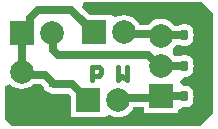
<source format=gtl>
G04*
G04 #@! TF.GenerationSoftware,Altium Limited,Altium Designer,20.2.8 (258)*
G04*
G04 Layer_Physical_Order=1*
G04 Layer_Color=255*
%FSLAX25Y25*%
%MOIN*%
G70*
G04*
G04 #@! TF.SameCoordinates,A58E8F4F-3466-47BA-BA0B-9B8C8ED51F79*
G04*
G04*
G04 #@! TF.FilePolarity,Positive*
G04*
G01*
G75*
G04:AMPARAMS|DCode=10|XSize=23.62mil|YSize=35.43mil|CornerRadius=5.91mil|HoleSize=0mil|Usage=FLASHONLY|Rotation=180.000|XOffset=0mil|YOffset=0mil|HoleType=Round|Shape=RoundedRectangle|*
%AMROUNDEDRECTD10*
21,1,0.02362,0.02362,0,0,180.0*
21,1,0.01181,0.03543,0,0,180.0*
1,1,0.01181,-0.00591,0.01181*
1,1,0.01181,0.00591,0.01181*
1,1,0.01181,0.00591,-0.01181*
1,1,0.01181,-0.00591,-0.01181*
%
%ADD10ROUNDEDRECTD10*%
G04:AMPARAMS|DCode=11|XSize=19.68mil|YSize=34mil|CornerRadius=2.95mil|HoleSize=0mil|Usage=FLASHONLY|Rotation=270.000|XOffset=0mil|YOffset=0mil|HoleType=Round|Shape=RoundedRectangle|*
%AMROUNDEDRECTD11*
21,1,0.01968,0.02809,0,0,270.0*
21,1,0.01378,0.03400,0,0,270.0*
1,1,0.00591,-0.01405,-0.00689*
1,1,0.00591,-0.01405,0.00689*
1,1,0.00591,0.01405,0.00689*
1,1,0.00591,0.01405,-0.00689*
%
%ADD11ROUNDEDRECTD11*%
%ADD12C,0.02756*%
%ADD13C,0.01575*%
%ADD14R,0.07874X0.07874*%
%ADD15C,0.07874*%
%ADD16R,0.07874X0.07874*%
G36*
X420276Y250787D02*
Y217618D01*
X415945Y213287D01*
X415256D01*
X356693Y213287D01*
X353248D01*
X350984Y215551D01*
Y218996D01*
Y226597D01*
X351984Y227089D01*
X352559Y227203D01*
X353617Y226391D01*
X355006Y225816D01*
X356496Y225620D01*
X357986Y225816D01*
X359375Y226391D01*
X360457Y227222D01*
X362894D01*
X363938Y226178D01*
X364044Y225646D01*
X364500Y224962D01*
X365184Y224506D01*
X365847Y224374D01*
X366573Y224073D01*
X367395Y223965D01*
X372074D01*
X372874Y223165D01*
Y216240D01*
X384291D01*
Y216240D01*
X385631Y216809D01*
X385866Y216895D01*
X387092Y216387D01*
X388583Y216191D01*
X390073Y216387D01*
X391462Y216962D01*
X392654Y217877D01*
X393569Y219070D01*
X393719Y219431D01*
X397146D01*
Y217559D01*
X408563D01*
Y218371D01*
X408593Y218433D01*
X410138Y219541D01*
X410139Y219540D01*
X411320D01*
X412242Y219724D01*
X413024Y220246D01*
X413546Y221027D01*
X413729Y221949D01*
Y222539D01*
X413807Y223130D01*
X413729Y223721D01*
Y224311D01*
X413546Y225233D01*
X413024Y226014D01*
X412242Y226536D01*
X411320Y226719D01*
X410139D01*
X409291Y227903D01*
X409266Y228362D01*
X409450Y228640D01*
X410594Y229678D01*
X411320D01*
X412242Y229861D01*
X413024Y230384D01*
X413546Y231165D01*
X413729Y232087D01*
Y232677D01*
X413807Y233268D01*
X413729Y233858D01*
Y234449D01*
X413546Y235370D01*
X413024Y236152D01*
X412242Y236674D01*
X411320Y236857D01*
X410139D01*
X409218Y236674D01*
X408874Y236444D01*
X407612D01*
X406988Y237259D01*
X406926Y237372D01*
Y239021D01*
X408061Y240258D01*
X409125D01*
X409218Y240196D01*
X410139Y240013D01*
X411320D01*
X412242Y240196D01*
X413024Y240718D01*
X413546Y241500D01*
X413729Y242421D01*
Y243012D01*
X413807Y243602D01*
X413729Y244193D01*
Y244783D01*
X413546Y245705D01*
X413024Y246486D01*
X412242Y247009D01*
X411320Y247192D01*
X410139D01*
X409218Y247009D01*
X408624Y246612D01*
X407484D01*
X406926Y247339D01*
X405733Y248254D01*
X404345Y248830D01*
X402854Y249026D01*
X401364Y248830D01*
X399975Y248254D01*
X398783Y247339D01*
X398565Y247055D01*
X395549D01*
X395420Y247367D01*
X394504Y248560D01*
X393312Y249475D01*
X391923Y250050D01*
X390433Y250246D01*
X388943Y250050D01*
X387717Y249542D01*
X387495Y249623D01*
X386142Y250197D01*
X386142Y250197D01*
X386142Y250197D01*
X379217D01*
X376560Y252854D01*
X377212Y254429D01*
X416634D01*
X420276Y250787D01*
D02*
G37*
D10*
X410730Y223130D02*
D03*
X416435D02*
D03*
X410730Y233268D02*
D03*
X416435D02*
D03*
X410730Y243602D02*
D03*
X416435D02*
D03*
D11*
X367395Y221436D02*
D03*
X367395Y227142D02*
D03*
D12*
X366831Y238524D02*
Y244272D01*
Y238524D02*
X368445Y236910D01*
X402323Y233268D02*
X410630D01*
X368445Y236910D02*
X398681D01*
X402323Y233268D01*
X366713Y244390D02*
X366831Y244272D01*
X357475Y230399D02*
X364210D01*
X367395Y227213D01*
Y227142D02*
X373390D01*
X378583Y221949D01*
X356496Y231378D02*
X357475Y230399D01*
X367395Y227142D02*
Y227213D01*
X356604Y244282D02*
X356713Y244390D01*
X356604Y231486D02*
Y244282D01*
X356496Y231378D02*
X356604Y231486D01*
X362008Y251969D02*
X372953D01*
X356713Y244390D02*
X359272Y246949D01*
Y249232D01*
X362008Y251969D01*
X372953D02*
X380433Y244488D01*
X402195Y222608D02*
X402854Y223268D01*
X389242Y222608D02*
X402195D01*
X388583Y221949D02*
X389242Y222608D01*
X402244Y243878D02*
X402854Y243268D01*
X391043Y243878D02*
X402244D01*
X390433Y244488D02*
X391043Y243878D01*
X410463Y243435D02*
X410630Y243602D01*
X403022Y243435D02*
X410463D01*
X402854Y243268D02*
X403022Y243435D01*
X410561Y223199D02*
X410630Y223130D01*
X402923Y223199D02*
X410561D01*
X402854Y223268D02*
X402923Y223199D01*
D13*
X379921Y228642D02*
Y232971D01*
X382086D01*
X382807Y232249D01*
Y230806D01*
X382086Y230085D01*
X379921D01*
X388580Y232971D02*
Y228642D01*
X390023Y230085D01*
X391466Y228642D01*
Y232971D01*
D14*
X356713Y244390D02*
D03*
X378583Y221949D02*
D03*
X380433Y244488D02*
D03*
D15*
X366713Y244390D02*
D03*
X402854Y233268D02*
D03*
X402854Y243268D02*
D03*
X356496Y231378D02*
D03*
X388583Y221949D02*
D03*
X390433Y244488D02*
D03*
D16*
X402854Y223268D02*
D03*
X356496Y221378D02*
D03*
M02*

</source>
